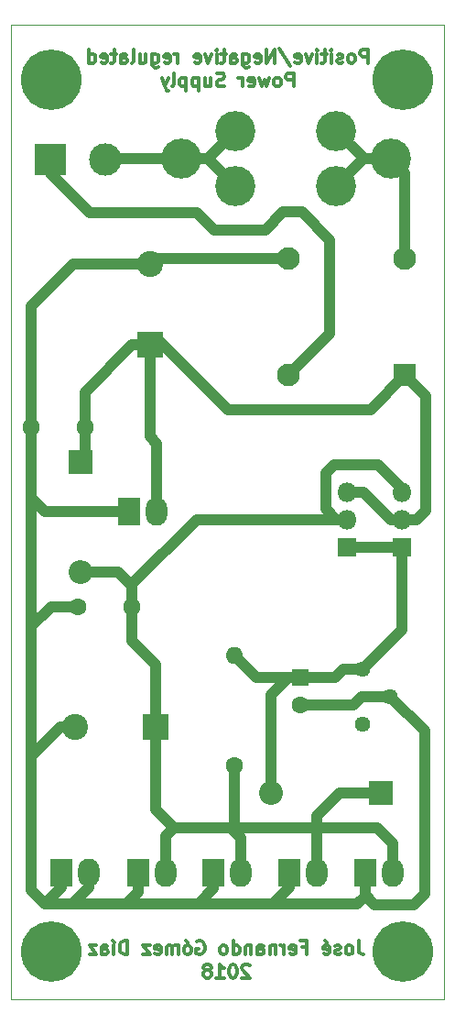
<source format=gbl>
G04 #@! TF.FileFunction,Copper,L2,Bot,Signal*
%FSLAX46Y46*%
G04 Gerber Fmt 4.6, Leading zero omitted, Abs format (unit mm)*
G04 Created by KiCad (PCBNEW 4.0.7) date 03/19/18 23:16:35*
%MOMM*%
%LPD*%
G01*
G04 APERTURE LIST*
%ADD10C,0.100000*%
%ADD11C,0.300000*%
%ADD12C,2.100000*%
%ADD13R,2.100000X2.100000*%
%ADD14C,1.600000*%
%ADD15R,2.400000X2.400000*%
%ADD16C,2.400000*%
%ADD17R,1.600000X1.600000*%
%ADD18R,2.200000X2.200000*%
%ADD19O,2.200000X2.200000*%
%ADD20R,3.000000X3.000000*%
%ADD21C,3.000000*%
%ADD22R,2.000000X2.600000*%
%ADD23O,2.000000X2.600000*%
%ADD24O,1.600000X1.600000*%
%ADD25C,1.440000*%
%ADD26R,1.800000X1.800000*%
%ADD27O,1.800000X1.800000*%
%ADD28C,3.700000*%
%ADD29C,5.600000*%
%ADD30C,0.600000*%
%ADD31C,1.000000*%
G04 APERTURE END LIST*
D10*
D11*
X152761905Y-55952976D02*
X152761905Y-54702976D01*
X152285714Y-54702976D01*
X152166667Y-54762500D01*
X152107143Y-54822024D01*
X152047619Y-54941071D01*
X152047619Y-55119643D01*
X152107143Y-55238690D01*
X152166667Y-55298214D01*
X152285714Y-55357738D01*
X152761905Y-55357738D01*
X151333334Y-55952976D02*
X151452381Y-55893452D01*
X151511905Y-55833929D01*
X151571429Y-55714881D01*
X151571429Y-55357738D01*
X151511905Y-55238690D01*
X151452381Y-55179167D01*
X151333334Y-55119643D01*
X151154762Y-55119643D01*
X151035714Y-55179167D01*
X150976191Y-55238690D01*
X150916667Y-55357738D01*
X150916667Y-55714881D01*
X150976191Y-55833929D01*
X151035714Y-55893452D01*
X151154762Y-55952976D01*
X151333334Y-55952976D01*
X150440477Y-55893452D02*
X150321429Y-55952976D01*
X150083334Y-55952976D01*
X149964286Y-55893452D01*
X149904762Y-55774405D01*
X149904762Y-55714881D01*
X149964286Y-55595833D01*
X150083334Y-55536310D01*
X150261905Y-55536310D01*
X150380953Y-55476786D01*
X150440477Y-55357738D01*
X150440477Y-55298214D01*
X150380953Y-55179167D01*
X150261905Y-55119643D01*
X150083334Y-55119643D01*
X149964286Y-55179167D01*
X149369048Y-55952976D02*
X149369048Y-55119643D01*
X149369048Y-54702976D02*
X149428572Y-54762500D01*
X149369048Y-54822024D01*
X149309524Y-54762500D01*
X149369048Y-54702976D01*
X149369048Y-54822024D01*
X148952381Y-55119643D02*
X148476191Y-55119643D01*
X148773810Y-54702976D02*
X148773810Y-55774405D01*
X148714286Y-55893452D01*
X148595239Y-55952976D01*
X148476191Y-55952976D01*
X148059524Y-55952976D02*
X148059524Y-55119643D01*
X148059524Y-54702976D02*
X148119048Y-54762500D01*
X148059524Y-54822024D01*
X148000000Y-54762500D01*
X148059524Y-54702976D01*
X148059524Y-54822024D01*
X147583334Y-55119643D02*
X147285715Y-55952976D01*
X146988095Y-55119643D01*
X146035714Y-55893452D02*
X146154762Y-55952976D01*
X146392857Y-55952976D01*
X146511905Y-55893452D01*
X146571429Y-55774405D01*
X146571429Y-55298214D01*
X146511905Y-55179167D01*
X146392857Y-55119643D01*
X146154762Y-55119643D01*
X146035714Y-55179167D01*
X145976191Y-55298214D01*
X145976191Y-55417262D01*
X146571429Y-55536310D01*
X144547619Y-54643452D02*
X145619047Y-56250595D01*
X144130952Y-55952976D02*
X144130952Y-54702976D01*
X143416666Y-55952976D01*
X143416666Y-54702976D01*
X142345237Y-55893452D02*
X142464285Y-55952976D01*
X142702380Y-55952976D01*
X142821428Y-55893452D01*
X142880952Y-55774405D01*
X142880952Y-55298214D01*
X142821428Y-55179167D01*
X142702380Y-55119643D01*
X142464285Y-55119643D01*
X142345237Y-55179167D01*
X142285714Y-55298214D01*
X142285714Y-55417262D01*
X142880952Y-55536310D01*
X141214285Y-55119643D02*
X141214285Y-56131548D01*
X141273808Y-56250595D01*
X141333332Y-56310119D01*
X141452380Y-56369643D01*
X141630951Y-56369643D01*
X141749999Y-56310119D01*
X141214285Y-55893452D02*
X141333332Y-55952976D01*
X141571428Y-55952976D01*
X141690475Y-55893452D01*
X141749999Y-55833929D01*
X141809523Y-55714881D01*
X141809523Y-55357738D01*
X141749999Y-55238690D01*
X141690475Y-55179167D01*
X141571428Y-55119643D01*
X141333332Y-55119643D01*
X141214285Y-55179167D01*
X140083333Y-55952976D02*
X140083333Y-55298214D01*
X140142856Y-55179167D01*
X140261904Y-55119643D01*
X140499999Y-55119643D01*
X140619047Y-55179167D01*
X140083333Y-55893452D02*
X140202380Y-55952976D01*
X140499999Y-55952976D01*
X140619047Y-55893452D01*
X140678571Y-55774405D01*
X140678571Y-55655357D01*
X140619047Y-55536310D01*
X140499999Y-55476786D01*
X140202380Y-55476786D01*
X140083333Y-55417262D01*
X139666666Y-55119643D02*
X139190476Y-55119643D01*
X139488095Y-54702976D02*
X139488095Y-55774405D01*
X139428571Y-55893452D01*
X139309524Y-55952976D01*
X139190476Y-55952976D01*
X138773809Y-55952976D02*
X138773809Y-55119643D01*
X138773809Y-54702976D02*
X138833333Y-54762500D01*
X138773809Y-54822024D01*
X138714285Y-54762500D01*
X138773809Y-54702976D01*
X138773809Y-54822024D01*
X138297619Y-55119643D02*
X138000000Y-55952976D01*
X137702380Y-55119643D01*
X136749999Y-55893452D02*
X136869047Y-55952976D01*
X137107142Y-55952976D01*
X137226190Y-55893452D01*
X137285714Y-55774405D01*
X137285714Y-55298214D01*
X137226190Y-55179167D01*
X137107142Y-55119643D01*
X136869047Y-55119643D01*
X136749999Y-55179167D01*
X136690476Y-55298214D01*
X136690476Y-55417262D01*
X137285714Y-55536310D01*
X135202380Y-55952976D02*
X135202380Y-55119643D01*
X135202380Y-55357738D02*
X135142856Y-55238690D01*
X135083332Y-55179167D01*
X134964285Y-55119643D01*
X134845237Y-55119643D01*
X133952379Y-55893452D02*
X134071427Y-55952976D01*
X134309522Y-55952976D01*
X134428570Y-55893452D01*
X134488094Y-55774405D01*
X134488094Y-55298214D01*
X134428570Y-55179167D01*
X134309522Y-55119643D01*
X134071427Y-55119643D01*
X133952379Y-55179167D01*
X133892856Y-55298214D01*
X133892856Y-55417262D01*
X134488094Y-55536310D01*
X132821427Y-55119643D02*
X132821427Y-56131548D01*
X132880950Y-56250595D01*
X132940474Y-56310119D01*
X133059522Y-56369643D01*
X133238093Y-56369643D01*
X133357141Y-56310119D01*
X132821427Y-55893452D02*
X132940474Y-55952976D01*
X133178570Y-55952976D01*
X133297617Y-55893452D01*
X133357141Y-55833929D01*
X133416665Y-55714881D01*
X133416665Y-55357738D01*
X133357141Y-55238690D01*
X133297617Y-55179167D01*
X133178570Y-55119643D01*
X132940474Y-55119643D01*
X132821427Y-55179167D01*
X131690475Y-55119643D02*
X131690475Y-55952976D01*
X132226189Y-55119643D02*
X132226189Y-55774405D01*
X132166665Y-55893452D01*
X132047618Y-55952976D01*
X131869046Y-55952976D01*
X131749998Y-55893452D01*
X131690475Y-55833929D01*
X130916666Y-55952976D02*
X131035713Y-55893452D01*
X131095237Y-55774405D01*
X131095237Y-54702976D01*
X129904761Y-55952976D02*
X129904761Y-55298214D01*
X129964284Y-55179167D01*
X130083332Y-55119643D01*
X130321427Y-55119643D01*
X130440475Y-55179167D01*
X129904761Y-55893452D02*
X130023808Y-55952976D01*
X130321427Y-55952976D01*
X130440475Y-55893452D01*
X130499999Y-55774405D01*
X130499999Y-55655357D01*
X130440475Y-55536310D01*
X130321427Y-55476786D01*
X130023808Y-55476786D01*
X129904761Y-55417262D01*
X129488094Y-55119643D02*
X129011904Y-55119643D01*
X129309523Y-54702976D02*
X129309523Y-55774405D01*
X129249999Y-55893452D01*
X129130952Y-55952976D01*
X129011904Y-55952976D01*
X128119046Y-55893452D02*
X128238094Y-55952976D01*
X128476189Y-55952976D01*
X128595237Y-55893452D01*
X128654761Y-55774405D01*
X128654761Y-55298214D01*
X128595237Y-55179167D01*
X128476189Y-55119643D01*
X128238094Y-55119643D01*
X128119046Y-55179167D01*
X128059523Y-55298214D01*
X128059523Y-55417262D01*
X128654761Y-55536310D01*
X126988094Y-55952976D02*
X126988094Y-54702976D01*
X126988094Y-55893452D02*
X127107141Y-55952976D01*
X127345237Y-55952976D01*
X127464284Y-55893452D01*
X127523808Y-55833929D01*
X127583332Y-55714881D01*
X127583332Y-55357738D01*
X127523808Y-55238690D01*
X127464284Y-55179167D01*
X127345237Y-55119643D01*
X127107141Y-55119643D01*
X126988094Y-55179167D01*
X145916666Y-58127976D02*
X145916666Y-56877976D01*
X145440475Y-56877976D01*
X145321428Y-56937500D01*
X145261904Y-56997024D01*
X145202380Y-57116071D01*
X145202380Y-57294643D01*
X145261904Y-57413690D01*
X145321428Y-57473214D01*
X145440475Y-57532738D01*
X145916666Y-57532738D01*
X144488095Y-58127976D02*
X144607142Y-58068452D01*
X144666666Y-58008929D01*
X144726190Y-57889881D01*
X144726190Y-57532738D01*
X144666666Y-57413690D01*
X144607142Y-57354167D01*
X144488095Y-57294643D01*
X144309523Y-57294643D01*
X144190475Y-57354167D01*
X144130952Y-57413690D01*
X144071428Y-57532738D01*
X144071428Y-57889881D01*
X144130952Y-58008929D01*
X144190475Y-58068452D01*
X144309523Y-58127976D01*
X144488095Y-58127976D01*
X143654762Y-57294643D02*
X143416666Y-58127976D01*
X143178571Y-57532738D01*
X142940476Y-58127976D01*
X142702381Y-57294643D01*
X141749999Y-58068452D02*
X141869047Y-58127976D01*
X142107142Y-58127976D01*
X142226190Y-58068452D01*
X142285714Y-57949405D01*
X142285714Y-57473214D01*
X142226190Y-57354167D01*
X142107142Y-57294643D01*
X141869047Y-57294643D01*
X141749999Y-57354167D01*
X141690476Y-57473214D01*
X141690476Y-57592262D01*
X142285714Y-57711310D01*
X141154761Y-58127976D02*
X141154761Y-57294643D01*
X141154761Y-57532738D02*
X141095237Y-57413690D01*
X141035713Y-57354167D01*
X140916666Y-57294643D01*
X140797618Y-57294643D01*
X139488094Y-58068452D02*
X139309522Y-58127976D01*
X139011903Y-58127976D01*
X138892856Y-58068452D01*
X138833332Y-58008929D01*
X138773808Y-57889881D01*
X138773808Y-57770833D01*
X138833332Y-57651786D01*
X138892856Y-57592262D01*
X139011903Y-57532738D01*
X139249999Y-57473214D01*
X139369046Y-57413690D01*
X139428570Y-57354167D01*
X139488094Y-57235119D01*
X139488094Y-57116071D01*
X139428570Y-56997024D01*
X139369046Y-56937500D01*
X139249999Y-56877976D01*
X138952379Y-56877976D01*
X138773808Y-56937500D01*
X137702380Y-57294643D02*
X137702380Y-58127976D01*
X138238094Y-57294643D02*
X138238094Y-57949405D01*
X138178570Y-58068452D01*
X138059523Y-58127976D01*
X137880951Y-58127976D01*
X137761903Y-58068452D01*
X137702380Y-58008929D01*
X137107142Y-57294643D02*
X137107142Y-58544643D01*
X137107142Y-57354167D02*
X136988094Y-57294643D01*
X136749999Y-57294643D01*
X136630951Y-57354167D01*
X136571428Y-57413690D01*
X136511904Y-57532738D01*
X136511904Y-57889881D01*
X136571428Y-58008929D01*
X136630951Y-58068452D01*
X136749999Y-58127976D01*
X136988094Y-58127976D01*
X137107142Y-58068452D01*
X135976190Y-57294643D02*
X135976190Y-58544643D01*
X135976190Y-57354167D02*
X135857142Y-57294643D01*
X135619047Y-57294643D01*
X135499999Y-57354167D01*
X135440476Y-57413690D01*
X135380952Y-57532738D01*
X135380952Y-57889881D01*
X135440476Y-58008929D01*
X135499999Y-58068452D01*
X135619047Y-58127976D01*
X135857142Y-58127976D01*
X135976190Y-58068452D01*
X134666667Y-58127976D02*
X134785714Y-58068452D01*
X134845238Y-57949405D01*
X134845238Y-56877976D01*
X134309524Y-57294643D02*
X134011905Y-58127976D01*
X133714285Y-57294643D02*
X134011905Y-58127976D01*
X134130952Y-58425595D01*
X134190476Y-58485119D01*
X134309524Y-58544643D01*
X151902381Y-137027976D02*
X151902381Y-137920833D01*
X151961905Y-138099405D01*
X152080953Y-138218452D01*
X152259524Y-138277976D01*
X152378572Y-138277976D01*
X151128572Y-138277976D02*
X151247619Y-138218452D01*
X151307143Y-138158929D01*
X151366667Y-138039881D01*
X151366667Y-137682738D01*
X151307143Y-137563690D01*
X151247619Y-137504167D01*
X151128572Y-137444643D01*
X150950000Y-137444643D01*
X150830952Y-137504167D01*
X150771429Y-137563690D01*
X150711905Y-137682738D01*
X150711905Y-138039881D01*
X150771429Y-138158929D01*
X150830952Y-138218452D01*
X150950000Y-138277976D01*
X151128572Y-138277976D01*
X150235715Y-138218452D02*
X150116667Y-138277976D01*
X149878572Y-138277976D01*
X149759524Y-138218452D01*
X149700000Y-138099405D01*
X149700000Y-138039881D01*
X149759524Y-137920833D01*
X149878572Y-137861310D01*
X150057143Y-137861310D01*
X150176191Y-137801786D01*
X150235715Y-137682738D01*
X150235715Y-137623214D01*
X150176191Y-137504167D01*
X150057143Y-137444643D01*
X149878572Y-137444643D01*
X149759524Y-137504167D01*
X148688095Y-138218452D02*
X148807143Y-138277976D01*
X149045238Y-138277976D01*
X149164286Y-138218452D01*
X149223810Y-138099405D01*
X149223810Y-137623214D01*
X149164286Y-137504167D01*
X149045238Y-137444643D01*
X148807143Y-137444643D01*
X148688095Y-137504167D01*
X148628572Y-137623214D01*
X148628572Y-137742262D01*
X149223810Y-137861310D01*
X148807143Y-136968452D02*
X148985715Y-137147024D01*
X146723809Y-137623214D02*
X147140476Y-137623214D01*
X147140476Y-138277976D02*
X147140476Y-137027976D01*
X146545238Y-137027976D01*
X145592856Y-138218452D02*
X145711904Y-138277976D01*
X145949999Y-138277976D01*
X146069047Y-138218452D01*
X146128571Y-138099405D01*
X146128571Y-137623214D01*
X146069047Y-137504167D01*
X145949999Y-137444643D01*
X145711904Y-137444643D01*
X145592856Y-137504167D01*
X145533333Y-137623214D01*
X145533333Y-137742262D01*
X146128571Y-137861310D01*
X144997618Y-138277976D02*
X144997618Y-137444643D01*
X144997618Y-137682738D02*
X144938094Y-137563690D01*
X144878570Y-137504167D01*
X144759523Y-137444643D01*
X144640475Y-137444643D01*
X144223808Y-137444643D02*
X144223808Y-138277976D01*
X144223808Y-137563690D02*
X144164284Y-137504167D01*
X144045237Y-137444643D01*
X143866665Y-137444643D01*
X143747617Y-137504167D01*
X143688094Y-137623214D01*
X143688094Y-138277976D01*
X142557142Y-138277976D02*
X142557142Y-137623214D01*
X142616665Y-137504167D01*
X142735713Y-137444643D01*
X142973808Y-137444643D01*
X143092856Y-137504167D01*
X142557142Y-138218452D02*
X142676189Y-138277976D01*
X142973808Y-138277976D01*
X143092856Y-138218452D01*
X143152380Y-138099405D01*
X143152380Y-137980357D01*
X143092856Y-137861310D01*
X142973808Y-137801786D01*
X142676189Y-137801786D01*
X142557142Y-137742262D01*
X141961904Y-137444643D02*
X141961904Y-138277976D01*
X141961904Y-137563690D02*
X141902380Y-137504167D01*
X141783333Y-137444643D01*
X141604761Y-137444643D01*
X141485713Y-137504167D01*
X141426190Y-137623214D01*
X141426190Y-138277976D01*
X140295238Y-138277976D02*
X140295238Y-137027976D01*
X140295238Y-138218452D02*
X140414285Y-138277976D01*
X140652381Y-138277976D01*
X140771428Y-138218452D01*
X140830952Y-138158929D01*
X140890476Y-138039881D01*
X140890476Y-137682738D01*
X140830952Y-137563690D01*
X140771428Y-137504167D01*
X140652381Y-137444643D01*
X140414285Y-137444643D01*
X140295238Y-137504167D01*
X139521429Y-138277976D02*
X139640476Y-138218452D01*
X139700000Y-138158929D01*
X139759524Y-138039881D01*
X139759524Y-137682738D01*
X139700000Y-137563690D01*
X139640476Y-137504167D01*
X139521429Y-137444643D01*
X139342857Y-137444643D01*
X139223809Y-137504167D01*
X139164286Y-137563690D01*
X139104762Y-137682738D01*
X139104762Y-138039881D01*
X139164286Y-138158929D01*
X139223809Y-138218452D01*
X139342857Y-138277976D01*
X139521429Y-138277976D01*
X136961905Y-137087500D02*
X137080953Y-137027976D01*
X137259524Y-137027976D01*
X137438096Y-137087500D01*
X137557143Y-137206548D01*
X137616667Y-137325595D01*
X137676191Y-137563690D01*
X137676191Y-137742262D01*
X137616667Y-137980357D01*
X137557143Y-138099405D01*
X137438096Y-138218452D01*
X137259524Y-138277976D01*
X137140476Y-138277976D01*
X136961905Y-138218452D01*
X136902381Y-138158929D01*
X136902381Y-137742262D01*
X137140476Y-137742262D01*
X136188096Y-138277976D02*
X136307143Y-138218452D01*
X136366667Y-138158929D01*
X136426191Y-138039881D01*
X136426191Y-137682738D01*
X136366667Y-137563690D01*
X136307143Y-137504167D01*
X136188096Y-137444643D01*
X136009524Y-137444643D01*
X135890476Y-137504167D01*
X135830953Y-137563690D01*
X135771429Y-137682738D01*
X135771429Y-138039881D01*
X135830953Y-138158929D01*
X135890476Y-138218452D01*
X136009524Y-138277976D01*
X136188096Y-138277976D01*
X135950000Y-136968452D02*
X136128572Y-137147024D01*
X135235715Y-138277976D02*
X135235715Y-137444643D01*
X135235715Y-137563690D02*
X135176191Y-137504167D01*
X135057144Y-137444643D01*
X134878572Y-137444643D01*
X134759524Y-137504167D01*
X134700001Y-137623214D01*
X134700001Y-138277976D01*
X134700001Y-137623214D02*
X134640477Y-137504167D01*
X134521429Y-137444643D01*
X134342858Y-137444643D01*
X134223810Y-137504167D01*
X134164286Y-137623214D01*
X134164286Y-138277976D01*
X133092857Y-138218452D02*
X133211905Y-138277976D01*
X133450000Y-138277976D01*
X133569048Y-138218452D01*
X133628572Y-138099405D01*
X133628572Y-137623214D01*
X133569048Y-137504167D01*
X133450000Y-137444643D01*
X133211905Y-137444643D01*
X133092857Y-137504167D01*
X133033334Y-137623214D01*
X133033334Y-137742262D01*
X133628572Y-137861310D01*
X132616667Y-137444643D02*
X131961905Y-137444643D01*
X132616667Y-138277976D01*
X131961905Y-138277976D01*
X130533333Y-138277976D02*
X130533333Y-137027976D01*
X130235714Y-137027976D01*
X130057142Y-137087500D01*
X129938095Y-137206548D01*
X129878571Y-137325595D01*
X129819047Y-137563690D01*
X129819047Y-137742262D01*
X129878571Y-137980357D01*
X129938095Y-138099405D01*
X130057142Y-138218452D01*
X130235714Y-138277976D01*
X130533333Y-138277976D01*
X129283333Y-138277976D02*
X129283333Y-137444643D01*
X129164285Y-136968452D02*
X129342857Y-137147024D01*
X128152381Y-138277976D02*
X128152381Y-137623214D01*
X128211904Y-137504167D01*
X128330952Y-137444643D01*
X128569047Y-137444643D01*
X128688095Y-137504167D01*
X128152381Y-138218452D02*
X128271428Y-138277976D01*
X128569047Y-138277976D01*
X128688095Y-138218452D01*
X128747619Y-138099405D01*
X128747619Y-137980357D01*
X128688095Y-137861310D01*
X128569047Y-137801786D01*
X128271428Y-137801786D01*
X128152381Y-137742262D01*
X127676191Y-137444643D02*
X127021429Y-137444643D01*
X127676191Y-138277976D01*
X127021429Y-138277976D01*
X141842857Y-139322024D02*
X141783333Y-139262500D01*
X141664285Y-139202976D01*
X141366666Y-139202976D01*
X141247619Y-139262500D01*
X141188095Y-139322024D01*
X141128571Y-139441071D01*
X141128571Y-139560119D01*
X141188095Y-139738690D01*
X141902381Y-140452976D01*
X141128571Y-140452976D01*
X140354762Y-139202976D02*
X140235714Y-139202976D01*
X140116666Y-139262500D01*
X140057143Y-139322024D01*
X139997619Y-139441071D01*
X139938095Y-139679167D01*
X139938095Y-139976786D01*
X139997619Y-140214881D01*
X140057143Y-140333929D01*
X140116666Y-140393452D01*
X140235714Y-140452976D01*
X140354762Y-140452976D01*
X140473809Y-140393452D01*
X140533333Y-140333929D01*
X140592857Y-140214881D01*
X140652381Y-139976786D01*
X140652381Y-139679167D01*
X140592857Y-139441071D01*
X140533333Y-139322024D01*
X140473809Y-139262500D01*
X140354762Y-139202976D01*
X138747619Y-140452976D02*
X139461905Y-140452976D01*
X139104762Y-140452976D02*
X139104762Y-139202976D01*
X139223810Y-139381548D01*
X139342857Y-139500595D01*
X139461905Y-139560119D01*
X138033334Y-139738690D02*
X138152381Y-139679167D01*
X138211905Y-139619643D01*
X138271429Y-139500595D01*
X138271429Y-139441071D01*
X138211905Y-139322024D01*
X138152381Y-139262500D01*
X138033334Y-139202976D01*
X137795238Y-139202976D01*
X137676191Y-139262500D01*
X137616667Y-139322024D01*
X137557143Y-139441071D01*
X137557143Y-139500595D01*
X137616667Y-139619643D01*
X137676191Y-139679167D01*
X137795238Y-139738690D01*
X138033334Y-139738690D01*
X138152381Y-139798214D01*
X138211905Y-139857738D01*
X138271429Y-139976786D01*
X138271429Y-140214881D01*
X138211905Y-140333929D01*
X138152381Y-140393452D01*
X138033334Y-140452976D01*
X137795238Y-140452976D01*
X137676191Y-140393452D01*
X137616667Y-140333929D01*
X137557143Y-140214881D01*
X137557143Y-139976786D01*
X137616667Y-139857738D01*
X137676191Y-139798214D01*
X137795238Y-139738690D01*
D10*
X159800000Y-142400000D02*
X119800000Y-142400000D01*
X159800000Y-52400000D02*
X159800000Y-142400000D01*
X119800000Y-52400000D02*
X159800000Y-52400000D01*
X119800000Y-142400000D02*
X119800000Y-52400000D01*
D12*
X145400000Y-74000000D03*
X145400000Y-84800000D03*
D13*
X156200000Y-84800000D03*
D12*
X156200000Y-74000000D03*
D14*
X126600000Y-89600000D03*
X121600000Y-89600000D03*
D15*
X132600000Y-82000000D03*
D16*
X132600000Y-74500000D03*
D17*
X146500000Y-112700000D03*
D14*
X146500000Y-115200000D03*
X130950000Y-106150000D03*
X125950000Y-106150000D03*
D15*
X133150000Y-117250000D03*
D16*
X125650000Y-117250000D03*
D18*
X126200000Y-92800000D03*
D19*
X126200000Y-102960000D03*
D18*
X154000000Y-123325000D03*
D19*
X143840000Y-123325000D03*
D20*
X123400000Y-64900000D03*
D21*
X128480000Y-64900000D03*
D22*
X131500000Y-130700000D03*
D23*
X134040000Y-130700000D03*
D22*
X138500000Y-130700000D03*
D23*
X141040000Y-130700000D03*
D22*
X145500000Y-130700000D03*
D23*
X148040000Y-130700000D03*
D22*
X152500000Y-130700000D03*
D23*
X155040000Y-130700000D03*
D22*
X124400000Y-130700000D03*
D23*
X126940000Y-130700000D03*
D14*
X140450000Y-120825000D03*
D24*
X140450000Y-110665000D03*
D25*
X152300000Y-116980000D03*
X154840000Y-114440000D03*
X152300000Y-111900000D03*
D26*
X150850000Y-100650000D03*
D27*
X150850000Y-98110000D03*
X150850000Y-95570000D03*
D26*
X155900000Y-100650000D03*
D27*
X155900000Y-98110000D03*
X155900000Y-95570000D03*
D28*
X135500000Y-64800000D03*
X154900000Y-64800000D03*
X140540000Y-67360000D03*
X140540000Y-62250000D03*
X149860000Y-67340000D03*
X149860000Y-62240000D03*
D29*
X156000000Y-57500000D03*
X123500000Y-57500000D03*
X156000000Y-138000000D03*
X123500000Y-138000000D03*
D22*
X130700000Y-97400000D03*
D23*
X133240000Y-97400000D03*
D30*
X121600000Y-79200000D03*
D31*
X132600000Y-82000000D02*
X132600000Y-90450000D01*
X133240000Y-91090000D02*
X133240000Y-97400000D01*
X132600000Y-90450000D02*
X133240000Y-91090000D01*
X133240000Y-82640000D02*
X132600000Y-82000000D01*
X126600000Y-89600000D02*
X126600000Y-92400000D01*
X126600000Y-92400000D02*
X126200000Y-92800000D01*
X132600000Y-82000000D02*
X132600000Y-82000000D01*
X133400000Y-81550000D02*
X139825000Y-87975000D01*
X153025000Y-87975000D02*
X156200000Y-84800000D01*
X139825000Y-87975000D02*
X153025000Y-87975000D01*
X155900000Y-98110000D02*
X157290000Y-98110000D01*
X158100000Y-86700000D02*
X156200000Y-84800000D01*
X158100000Y-97300000D02*
X158100000Y-86700000D01*
X157290000Y-98110000D02*
X158100000Y-97300000D01*
X132600000Y-82000000D02*
X130975000Y-82000000D01*
X126600000Y-86375000D02*
X126600000Y-89600000D01*
X130975000Y-82000000D02*
X126600000Y-86375000D01*
X150850000Y-95570000D02*
X152370000Y-95570000D01*
X154910000Y-98110000D02*
X156250000Y-98110000D01*
X152370000Y-95570000D02*
X154910000Y-98110000D01*
X130700000Y-97400000D02*
X122925000Y-97400000D01*
X122925000Y-97400000D02*
X121600000Y-96075000D01*
X152500000Y-130700000D02*
X152500000Y-132800000D01*
X158000000Y-117600000D02*
X154840000Y-114440000D01*
X158000000Y-132700000D02*
X158000000Y-117600000D01*
X157000000Y-133700000D02*
X158000000Y-132700000D01*
X153400000Y-133700000D02*
X157000000Y-133700000D01*
X152500000Y-132800000D02*
X153400000Y-133700000D01*
X154840000Y-114440000D02*
X152160000Y-114440000D01*
X152160000Y-114440000D02*
X151400000Y-115200000D01*
X151400000Y-115200000D02*
X146500000Y-115200000D01*
X125950000Y-106150000D02*
X123450000Y-106150000D01*
X123450000Y-106150000D02*
X121600000Y-108000000D01*
X125650000Y-117250000D02*
X124350000Y-117250000D01*
X124350000Y-117250000D02*
X121600000Y-120000000D01*
X131500000Y-130700000D02*
X131500000Y-132500000D01*
X131500000Y-132500000D02*
X130400000Y-133600000D01*
X126940000Y-130700000D02*
X126940000Y-132060000D01*
X126940000Y-132060000D02*
X125400000Y-133600000D01*
X124400000Y-130700000D02*
X124400000Y-132100000D01*
X124400000Y-132100000D02*
X122900000Y-133600000D01*
X138500000Y-130700000D02*
X138500000Y-132200000D01*
X138500000Y-132200000D02*
X137100000Y-133600000D01*
X145500000Y-130700000D02*
X145500000Y-132100000D01*
X145500000Y-132100000D02*
X144000000Y-133600000D01*
X121600000Y-89600000D02*
X121600000Y-96075000D01*
X121600000Y-96075000D02*
X121600000Y-108000000D01*
X121600000Y-108000000D02*
X121600000Y-119000000D01*
X121600000Y-119000000D02*
X121600000Y-120000000D01*
X121600000Y-120000000D02*
X121600000Y-132300000D01*
X152500000Y-132900000D02*
X152500000Y-130700000D01*
X151800000Y-133600000D02*
X152500000Y-132900000D01*
X122900000Y-133600000D02*
X125400000Y-133600000D01*
X125400000Y-133600000D02*
X130400000Y-133600000D01*
X130400000Y-133600000D02*
X137100000Y-133600000D01*
X137100000Y-133600000D02*
X144000000Y-133600000D01*
X144000000Y-133600000D02*
X151800000Y-133600000D01*
X121600000Y-132300000D02*
X122900000Y-133600000D01*
X121600000Y-89600000D02*
X121600000Y-79200000D01*
X121600000Y-79200000D02*
X121600000Y-78400000D01*
X125500000Y-74500000D02*
X132600000Y-74500000D01*
X121600000Y-78400000D02*
X125500000Y-74500000D01*
X145400000Y-74000000D02*
X133100000Y-74000000D01*
X133100000Y-74000000D02*
X132600000Y-74500000D01*
X146500000Y-112700000D02*
X145425000Y-112700000D01*
X143840000Y-114285000D02*
X143840000Y-123325000D01*
X145425000Y-112700000D02*
X143840000Y-114285000D01*
X146500000Y-112700000D02*
X142485000Y-112700000D01*
X142485000Y-112700000D02*
X140450000Y-110665000D01*
X152300000Y-111900000D02*
X150500000Y-111900000D01*
X149700000Y-112700000D02*
X146500000Y-112700000D01*
X150500000Y-111900000D02*
X149700000Y-112700000D01*
X155900000Y-100650000D02*
X155900000Y-108300000D01*
X155900000Y-108300000D02*
X152300000Y-111900000D01*
X156250000Y-100650000D02*
X150850000Y-100650000D01*
X154000000Y-123325000D02*
X150175000Y-123325000D01*
X148040000Y-125460000D02*
X148040000Y-126550000D01*
X150175000Y-123325000D02*
X148040000Y-125460000D01*
X150850000Y-98110000D02*
X136940000Y-98110000D01*
X130950000Y-104100000D02*
X130950000Y-106150000D01*
X136940000Y-98110000D02*
X130950000Y-104100000D01*
X140450000Y-120825000D02*
X140450000Y-126150000D01*
X140450000Y-126150000D02*
X140050000Y-126550000D01*
X129710000Y-102960000D02*
X130950000Y-104200000D01*
X130950000Y-104200000D02*
X130950000Y-106150000D01*
X126200000Y-102960000D02*
X129710000Y-102960000D01*
X134040000Y-130700000D02*
X134040000Y-127360000D01*
X134040000Y-127360000D02*
X134850000Y-126550000D01*
X141040000Y-130700000D02*
X141040000Y-127540000D01*
X141040000Y-127540000D02*
X140050000Y-126550000D01*
X148040000Y-130700000D02*
X148040000Y-126550000D01*
X147850000Y-126600000D02*
X147850000Y-126550000D01*
X147990000Y-126600000D02*
X147850000Y-126600000D01*
X148040000Y-126550000D02*
X147990000Y-126600000D01*
X133150000Y-117250000D02*
X133150000Y-124850000D01*
X155040000Y-127990000D02*
X155040000Y-130700000D01*
X153600000Y-126550000D02*
X155040000Y-127990000D01*
X134850000Y-126550000D02*
X140050000Y-126550000D01*
X140050000Y-126550000D02*
X147850000Y-126550000D01*
X147850000Y-126550000D02*
X153600000Y-126550000D01*
X133150000Y-124850000D02*
X134850000Y-126550000D01*
X130950000Y-106150000D02*
X130950000Y-109300000D01*
X130950000Y-109300000D02*
X133150000Y-111500000D01*
X133150000Y-111500000D02*
X133150000Y-117250000D01*
X153730000Y-93050000D02*
X156250000Y-95570000D01*
X150850000Y-98110000D02*
X149810000Y-98110000D01*
X149810000Y-98110000D02*
X148850000Y-97150000D01*
X148850000Y-97150000D02*
X148850000Y-93850000D01*
X148850000Y-93850000D02*
X149650000Y-93050000D01*
X149650000Y-93050000D02*
X153730000Y-93050000D01*
X123400000Y-64900000D02*
X123400000Y-66100000D01*
X123400000Y-66100000D02*
X127050000Y-69750000D01*
X127050000Y-69750000D02*
X136925000Y-69750000D01*
X136925000Y-69750000D02*
X138525000Y-71350000D01*
X138525000Y-71350000D02*
X143300000Y-71350000D01*
X143300000Y-71350000D02*
X144925000Y-69725000D01*
X144925000Y-69725000D02*
X146650000Y-69725000D01*
X146650000Y-69725000D02*
X149250000Y-72325000D01*
X149250000Y-72325000D02*
X149250000Y-80950000D01*
X149250000Y-80950000D02*
X145400000Y-84800000D01*
X156200000Y-74000000D02*
X156200000Y-66100000D01*
X156200000Y-66100000D02*
X154900000Y-64800000D01*
X154900000Y-64800000D02*
X152400000Y-64800000D01*
X152400000Y-64800000D02*
X149860000Y-67340000D01*
X154900000Y-64800000D02*
X152420000Y-64800000D01*
X152420000Y-64800000D02*
X149860000Y-62240000D01*
X135500000Y-64800000D02*
X128580000Y-64800000D01*
X128580000Y-64800000D02*
X128480000Y-64900000D01*
X135500000Y-64800000D02*
X137980000Y-64800000D01*
X137980000Y-64800000D02*
X140540000Y-67360000D01*
X135500000Y-64800000D02*
X137990000Y-64800000D01*
X137990000Y-64800000D02*
X140540000Y-62250000D01*
X135300000Y-64600000D02*
X135500000Y-64800000D01*
M02*

</source>
